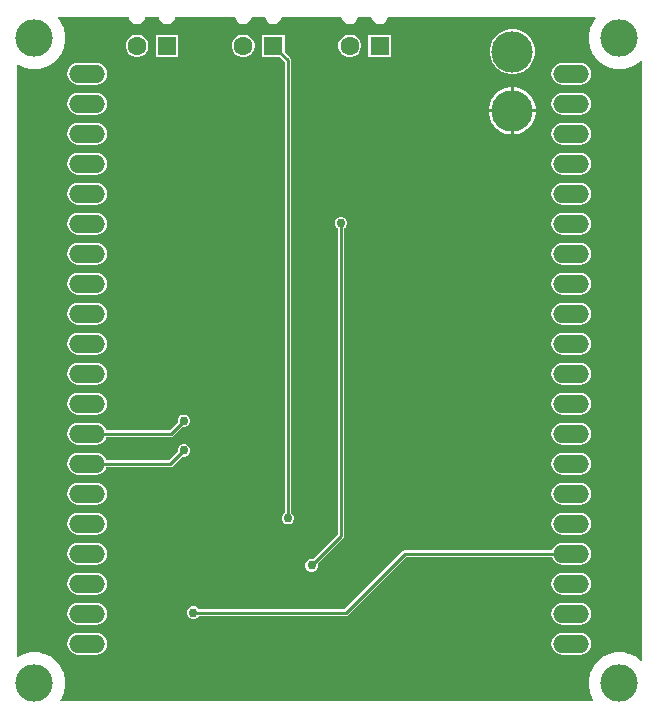
<source format=gbl>
G04*
G04 #@! TF.GenerationSoftware,Altium Limited,Altium Designer,22.11.1 (43)*
G04*
G04 Layer_Physical_Order=2*
G04 Layer_Color=16711680*
%FSLAX44Y44*%
%MOMM*%
G71*
G04*
G04 #@! TF.SameCoordinates,6F39B8F3-CC53-4608-B2D3-CFCE14ACC53A*
G04*
G04*
G04 #@! TF.FilePolarity,Positive*
G04*
G01*
G75*
%ADD37C,0.2540*%
%ADD39R,1.6000X1.6000*%
%ADD40C,1.6000*%
%ADD41C,3.5000*%
%ADD42O,3.0480X1.5240*%
%ADD43C,3.1750*%
%ADD44C,0.6000*%
%ADD45C,0.7564*%
G36*
X500828Y588481D02*
X500511Y588068D01*
X499848Y587313D01*
X498111Y584713D01*
X497667Y583812D01*
X497164Y582941D01*
X495967Y580052D01*
X495707Y579081D01*
X495384Y578130D01*
X494774Y575063D01*
X494709Y574060D01*
X494577Y573064D01*
Y569936D01*
X494709Y568940D01*
X494774Y567937D01*
X495384Y564870D01*
X495707Y563918D01*
X495967Y562948D01*
X497164Y560059D01*
X497667Y559188D01*
X498111Y558287D01*
X499848Y555687D01*
X500511Y554931D01*
X501123Y554134D01*
X503334Y551923D01*
X504132Y551311D01*
X504887Y550648D01*
X507487Y548911D01*
X508388Y548467D01*
X509259Y547964D01*
X512148Y546767D01*
X513119Y546507D01*
X514070Y546184D01*
X517137Y545574D01*
X518140Y545508D01*
X519136Y545377D01*
X522263D01*
X523260Y545508D01*
X524263Y545574D01*
X527330Y546184D01*
X528281Y546507D01*
X529252Y546767D01*
X532141Y547964D01*
X533012Y548467D01*
X533913Y548911D01*
X536513Y550648D01*
X537268Y551311D01*
X538066Y551923D01*
X538578Y552435D01*
X539751Y551949D01*
Y44951D01*
X538578Y44465D01*
X538066Y44977D01*
X537268Y45589D01*
X536513Y46252D01*
X533913Y47989D01*
X533012Y48433D01*
X532141Y48936D01*
X529252Y50132D01*
X528281Y50393D01*
X527330Y50716D01*
X524263Y51326D01*
X523260Y51392D01*
X522263Y51523D01*
X519136D01*
X518140Y51392D01*
X517137Y51326D01*
X514070Y50716D01*
X513119Y50393D01*
X512148Y50132D01*
X509259Y48936D01*
X508388Y48433D01*
X507487Y47989D01*
X504887Y46252D01*
X504132Y45589D01*
X503334Y44977D01*
X501123Y42766D01*
X500511Y41968D01*
X499848Y41213D01*
X498111Y38613D01*
X497667Y37712D01*
X497164Y36841D01*
X495967Y33952D01*
X495707Y32981D01*
X495384Y32030D01*
X494774Y28963D01*
X494709Y27960D01*
X494577Y26964D01*
Y23836D01*
X494709Y22840D01*
X494774Y21837D01*
X495384Y18770D01*
X495707Y17818D01*
X495967Y16848D01*
X497164Y13959D01*
X497667Y13088D01*
X498111Y12187D01*
X498659Y11368D01*
X498060Y10248D01*
X48040D01*
X47441Y11368D01*
X47989Y12187D01*
X48433Y13088D01*
X48936Y13959D01*
X50132Y16848D01*
X50393Y17819D01*
X50716Y18770D01*
X51326Y21837D01*
X51392Y22840D01*
X51523Y23836D01*
Y26964D01*
X51392Y27960D01*
X51326Y28963D01*
X50716Y32030D01*
X50393Y32981D01*
X50132Y33952D01*
X48936Y36841D01*
X48433Y37712D01*
X47989Y38613D01*
X46252Y41213D01*
X45589Y41968D01*
X44977Y42766D01*
X42766Y44977D01*
X41968Y45589D01*
X41213Y46252D01*
X38613Y47989D01*
X37712Y48433D01*
X36841Y48936D01*
X33952Y50132D01*
X32981Y50393D01*
X32030Y50716D01*
X28963Y51326D01*
X27960Y51392D01*
X26964Y51523D01*
X23836D01*
X22840Y51392D01*
X21837Y51326D01*
X18770Y50716D01*
X17819Y50393D01*
X16848Y50132D01*
X13959Y48936D01*
X13088Y48433D01*
X12187Y47989D01*
X11368Y47441D01*
X10248Y48040D01*
Y548860D01*
X11368Y549459D01*
X12187Y548911D01*
X13088Y548467D01*
X13959Y547964D01*
X16848Y546767D01*
X17819Y546507D01*
X18770Y546184D01*
X21837Y545574D01*
X22840Y545508D01*
X23836Y545377D01*
X26964D01*
X27960Y545508D01*
X28963Y545574D01*
X32030Y546184D01*
X32981Y546507D01*
X33952Y546767D01*
X36841Y547964D01*
X37712Y548467D01*
X38613Y548911D01*
X41213Y550648D01*
X41968Y551311D01*
X42766Y551923D01*
X44977Y554134D01*
X45589Y554932D01*
X46252Y555687D01*
X47989Y558287D01*
X48433Y559188D01*
X48936Y560059D01*
X50132Y562948D01*
X50393Y563919D01*
X50716Y564870D01*
X51326Y567937D01*
X51392Y568940D01*
X51523Y569936D01*
Y573064D01*
X51392Y574060D01*
X51326Y575063D01*
X50716Y578130D01*
X50393Y579081D01*
X50132Y580052D01*
X48936Y582941D01*
X48433Y583812D01*
X47989Y584713D01*
X46252Y587313D01*
X45589Y588069D01*
X45272Y588481D01*
X45791Y589751D01*
X105276D01*
Y589475D01*
X105755Y587689D01*
X106679Y586087D01*
X107987Y584780D01*
X109589Y583855D01*
X111375Y583376D01*
X113225D01*
X115011Y583855D01*
X116613Y584780D01*
X117921Y586087D01*
X118845Y587689D01*
X119324Y589475D01*
Y589751D01*
X130676D01*
Y589475D01*
X131155Y587689D01*
X132079Y586087D01*
X133387Y584780D01*
X134989Y583855D01*
X136775Y583376D01*
X138625D01*
X140411Y583855D01*
X142013Y584780D01*
X143321Y586087D01*
X144245Y587689D01*
X144724Y589475D01*
Y589751D01*
X195276D01*
Y589475D01*
X195755Y587689D01*
X196679Y586087D01*
X197987Y584780D01*
X199589Y583855D01*
X201375Y583376D01*
X203225D01*
X205011Y583855D01*
X206613Y584780D01*
X207920Y586087D01*
X208845Y587689D01*
X209324Y589475D01*
Y589751D01*
X220676D01*
Y589475D01*
X221154Y587689D01*
X222079Y586087D01*
X223387Y584780D01*
X224989Y583855D01*
X226775Y583376D01*
X228624D01*
X230411Y583855D01*
X232013Y584780D01*
X233320Y586087D01*
X234245Y587689D01*
X234724Y589475D01*
Y589751D01*
X285276D01*
Y589475D01*
X285755Y587689D01*
X286680Y586087D01*
X287987Y584780D01*
X289589Y583855D01*
X291375Y583376D01*
X293225D01*
X295011Y583855D01*
X296613Y584780D01*
X297921Y586087D01*
X298846Y587689D01*
X299324Y589475D01*
Y589751D01*
X310676D01*
Y589475D01*
X311155Y587689D01*
X312080Y586087D01*
X313387Y584780D01*
X314989Y583855D01*
X316775Y583376D01*
X318625D01*
X320411Y583855D01*
X322013Y584780D01*
X323321Y586087D01*
X324245Y587689D01*
X324724Y589475D01*
Y589751D01*
X500309D01*
X500828Y588481D01*
D02*
G37*
%LPC*%
G36*
X327224Y574524D02*
X308176D01*
Y555476D01*
X327224D01*
Y574524D01*
D02*
G37*
G36*
X293554D02*
X291046D01*
X288624Y573875D01*
X286452Y572621D01*
X284679Y570848D01*
X283425Y568676D01*
X282776Y566254D01*
Y563746D01*
X283425Y561324D01*
X284679Y559152D01*
X286452Y557379D01*
X288624Y556125D01*
X291046Y555476D01*
X293554D01*
X295976Y556125D01*
X298148Y557379D01*
X299921Y559152D01*
X301175Y561324D01*
X301824Y563746D01*
Y566254D01*
X301175Y568676D01*
X299921Y570848D01*
X298148Y572621D01*
X295976Y573875D01*
X293554Y574524D01*
D02*
G37*
G36*
X203554D02*
X201046D01*
X198624Y573875D01*
X196452Y572621D01*
X194679Y570848D01*
X193425Y568676D01*
X192776Y566254D01*
Y563746D01*
X193425Y561324D01*
X194679Y559152D01*
X196452Y557379D01*
X198624Y556125D01*
X201046Y555476D01*
X203554D01*
X205976Y556125D01*
X208148Y557379D01*
X209921Y559152D01*
X211175Y561324D01*
X211824Y563746D01*
Y566254D01*
X211175Y568676D01*
X209921Y570848D01*
X208148Y572621D01*
X205976Y573875D01*
X203554Y574524D01*
D02*
G37*
G36*
X147224D02*
X128176D01*
Y555476D01*
X147224D01*
Y574524D01*
D02*
G37*
G36*
X113554D02*
X111046D01*
X108624Y573875D01*
X106452Y572621D01*
X104679Y570848D01*
X103425Y568676D01*
X102776Y566254D01*
Y563746D01*
X103425Y561324D01*
X104679Y559152D01*
X106452Y557379D01*
X108624Y556125D01*
X111046Y555476D01*
X113554D01*
X115976Y556125D01*
X118148Y557379D01*
X119921Y559152D01*
X121175Y561324D01*
X121824Y563746D01*
Y566254D01*
X121175Y568676D01*
X119921Y570848D01*
X118148Y572621D01*
X115976Y573875D01*
X113554Y574524D01*
D02*
G37*
G36*
X431874Y579024D02*
X428126D01*
X424451Y578293D01*
X420989Y576859D01*
X417873Y574777D01*
X415223Y572127D01*
X413141Y569011D01*
X411707Y565549D01*
X410976Y561874D01*
Y558126D01*
X411707Y554451D01*
X413141Y550989D01*
X415223Y547873D01*
X417873Y545223D01*
X420989Y543141D01*
X424451Y541707D01*
X428126Y540976D01*
X431874D01*
X435549Y541707D01*
X439011Y543141D01*
X442127Y545223D01*
X444777Y547873D01*
X446859Y550989D01*
X448293Y554451D01*
X449024Y558126D01*
Y561874D01*
X448293Y565549D01*
X446859Y569011D01*
X444777Y572127D01*
X442127Y574777D01*
X439011Y576859D01*
X435549Y578293D01*
X431874Y579024D01*
D02*
G37*
G36*
X487619Y550522D02*
X472379D01*
X469992Y550208D01*
X467768Y549287D01*
X465858Y547821D01*
X464392Y545911D01*
X463470Y543686D01*
X463156Y541299D01*
X463470Y538912D01*
X464392Y536688D01*
X465858Y534778D01*
X467768Y533312D01*
X469992Y532391D01*
X472379Y532076D01*
X487619D01*
X490006Y532391D01*
X492230Y533312D01*
X494141Y534778D01*
X495606Y536688D01*
X496528Y538912D01*
X496842Y541299D01*
X496528Y543686D01*
X495606Y545911D01*
X494141Y547821D01*
X492230Y549287D01*
X490006Y550208D01*
X487619Y550522D01*
D02*
G37*
G36*
X77620D02*
X62380D01*
X59993Y550208D01*
X57768Y549287D01*
X55858Y547821D01*
X54393Y545911D01*
X53471Y543686D01*
X53157Y541299D01*
X53471Y538912D01*
X54393Y536688D01*
X55858Y534778D01*
X57768Y533312D01*
X59993Y532391D01*
X62380Y532076D01*
X77620D01*
X80007Y532391D01*
X82231Y533312D01*
X84141Y534778D01*
X85607Y536688D01*
X86529Y538912D01*
X86843Y541299D01*
X86529Y543686D01*
X85607Y545911D01*
X84141Y547821D01*
X82231Y549287D01*
X80007Y550208D01*
X77620Y550522D01*
D02*
G37*
G36*
X431974Y530040D02*
X431270D01*
Y511270D01*
X450040D01*
Y511974D01*
X449270Y515845D01*
X447759Y519492D01*
X445566Y522775D01*
X442775Y525566D01*
X439493Y527759D01*
X435846Y529270D01*
X431974Y530040D01*
D02*
G37*
G36*
X428730D02*
X428026D01*
X424155Y529270D01*
X420508Y527759D01*
X417225Y525566D01*
X414434Y522775D01*
X412241Y519492D01*
X410730Y515845D01*
X409960Y511974D01*
Y511270D01*
X428730D01*
Y530040D01*
D02*
G37*
G36*
X487619Y525122D02*
X472379D01*
X469992Y524808D01*
X467768Y523887D01*
X465858Y522421D01*
X464392Y520511D01*
X463470Y518287D01*
X463156Y515899D01*
X463470Y513512D01*
X464392Y511288D01*
X465858Y509378D01*
X467768Y507912D01*
X469992Y506991D01*
X472379Y506676D01*
X487619D01*
X490006Y506991D01*
X492230Y507912D01*
X494141Y509378D01*
X495606Y511288D01*
X496528Y513512D01*
X496842Y515899D01*
X496528Y518287D01*
X495606Y520511D01*
X494141Y522421D01*
X492230Y523887D01*
X490006Y524808D01*
X487619Y525122D01*
D02*
G37*
G36*
X77620D02*
X62380D01*
X59993Y524808D01*
X57768Y523887D01*
X55858Y522421D01*
X54393Y520511D01*
X53471Y518287D01*
X53157Y515899D01*
X53471Y513512D01*
X54393Y511288D01*
X55858Y509378D01*
X57768Y507912D01*
X59993Y506991D01*
X62380Y506676D01*
X77620D01*
X80007Y506991D01*
X82231Y507912D01*
X84141Y509378D01*
X85607Y511288D01*
X86529Y513512D01*
X86843Y515899D01*
X86529Y518287D01*
X85607Y520511D01*
X84141Y522421D01*
X82231Y523887D01*
X80007Y524808D01*
X77620Y525122D01*
D02*
G37*
G36*
X450040Y508730D02*
X431270D01*
Y489960D01*
X431974D01*
X435846Y490730D01*
X439493Y492241D01*
X442775Y494434D01*
X445566Y497225D01*
X447759Y500508D01*
X449270Y504155D01*
X450040Y508026D01*
Y508730D01*
D02*
G37*
G36*
X428730D02*
X409960D01*
Y508026D01*
X410730Y504155D01*
X412241Y500508D01*
X414434Y497225D01*
X417225Y494434D01*
X420508Y492241D01*
X424155Y490730D01*
X428026Y489960D01*
X428730D01*
Y508730D01*
D02*
G37*
G36*
X487619Y499722D02*
X472379D01*
X469992Y499408D01*
X467768Y498487D01*
X465858Y497021D01*
X464392Y495111D01*
X463470Y492887D01*
X463156Y490499D01*
X463470Y488112D01*
X464392Y485888D01*
X465858Y483978D01*
X467768Y482512D01*
X469992Y481591D01*
X472379Y481277D01*
X487619D01*
X490006Y481591D01*
X492230Y482512D01*
X494141Y483978D01*
X495606Y485888D01*
X496528Y488112D01*
X496842Y490499D01*
X496528Y492887D01*
X495606Y495111D01*
X494141Y497021D01*
X492230Y498487D01*
X490006Y499408D01*
X487619Y499722D01*
D02*
G37*
G36*
X77620D02*
X62380D01*
X59993Y499408D01*
X57768Y498487D01*
X55858Y497021D01*
X54393Y495111D01*
X53471Y492887D01*
X53157Y490499D01*
X53471Y488112D01*
X54393Y485888D01*
X55858Y483978D01*
X57768Y482512D01*
X59993Y481591D01*
X62380Y481277D01*
X77620D01*
X80007Y481591D01*
X82231Y482512D01*
X84141Y483978D01*
X85607Y485888D01*
X86529Y488112D01*
X86843Y490499D01*
X86529Y492887D01*
X85607Y495111D01*
X84141Y497021D01*
X82231Y498487D01*
X80007Y499408D01*
X77620Y499722D01*
D02*
G37*
G36*
X487619Y474322D02*
X472379D01*
X469992Y474008D01*
X467768Y473087D01*
X465858Y471621D01*
X464392Y469711D01*
X463470Y467486D01*
X463156Y465099D01*
X463470Y462712D01*
X464392Y460488D01*
X465858Y458578D01*
X467768Y457112D01*
X469992Y456191D01*
X472379Y455877D01*
X487619D01*
X490006Y456191D01*
X492230Y457112D01*
X494141Y458578D01*
X495606Y460488D01*
X496528Y462712D01*
X496842Y465099D01*
X496528Y467486D01*
X495606Y469711D01*
X494141Y471621D01*
X492230Y473087D01*
X490006Y474008D01*
X487619Y474322D01*
D02*
G37*
G36*
X77620D02*
X62380D01*
X59993Y474008D01*
X57768Y473087D01*
X55858Y471621D01*
X54393Y469711D01*
X53471Y467486D01*
X53157Y465099D01*
X53471Y462712D01*
X54393Y460488D01*
X55858Y458578D01*
X57768Y457112D01*
X59993Y456191D01*
X62380Y455877D01*
X77620D01*
X80007Y456191D01*
X82231Y457112D01*
X84141Y458578D01*
X85607Y460488D01*
X86529Y462712D01*
X86843Y465099D01*
X86529Y467486D01*
X85607Y469711D01*
X84141Y471621D01*
X82231Y473087D01*
X80007Y474008D01*
X77620Y474322D01*
D02*
G37*
G36*
X487619Y448922D02*
X472379D01*
X469992Y448608D01*
X467768Y447687D01*
X465858Y446221D01*
X464392Y444311D01*
X463470Y442086D01*
X463156Y439699D01*
X463470Y437312D01*
X464392Y435088D01*
X465858Y433178D01*
X467768Y431712D01*
X469992Y430791D01*
X472379Y430476D01*
X487619D01*
X490006Y430791D01*
X492230Y431712D01*
X494141Y433178D01*
X495606Y435088D01*
X496528Y437312D01*
X496842Y439699D01*
X496528Y442086D01*
X495606Y444311D01*
X494141Y446221D01*
X492230Y447687D01*
X490006Y448608D01*
X487619Y448922D01*
D02*
G37*
G36*
X77620D02*
X62380D01*
X59993Y448608D01*
X57768Y447687D01*
X55858Y446221D01*
X54393Y444311D01*
X53471Y442086D01*
X53157Y439699D01*
X53471Y437312D01*
X54393Y435088D01*
X55858Y433178D01*
X57768Y431712D01*
X59993Y430791D01*
X62380Y430476D01*
X77620D01*
X80007Y430791D01*
X82231Y431712D01*
X84141Y433178D01*
X85607Y435088D01*
X86529Y437312D01*
X86843Y439699D01*
X86529Y442086D01*
X85607Y444311D01*
X84141Y446221D01*
X82231Y447687D01*
X80007Y448608D01*
X77620Y448922D01*
D02*
G37*
G36*
X487619Y423522D02*
X472379D01*
X469992Y423208D01*
X467768Y422287D01*
X465858Y420821D01*
X464392Y418911D01*
X463470Y416687D01*
X463156Y414299D01*
X463470Y411912D01*
X464392Y409688D01*
X465858Y407778D01*
X467768Y406312D01*
X469992Y405391D01*
X472379Y405076D01*
X487619D01*
X490006Y405391D01*
X492230Y406312D01*
X494141Y407778D01*
X495606Y409688D01*
X496528Y411912D01*
X496842Y414299D01*
X496528Y416687D01*
X495606Y418911D01*
X494141Y420821D01*
X492230Y422287D01*
X490006Y423208D01*
X487619Y423522D01*
D02*
G37*
G36*
X77620D02*
X62380D01*
X59993Y423208D01*
X57768Y422287D01*
X55858Y420821D01*
X54393Y418911D01*
X53471Y416687D01*
X53157Y414299D01*
X53471Y411912D01*
X54393Y409688D01*
X55858Y407778D01*
X57768Y406312D01*
X59993Y405391D01*
X62380Y405076D01*
X77620D01*
X80007Y405391D01*
X82231Y406312D01*
X84141Y407778D01*
X85607Y409688D01*
X86529Y411912D01*
X86843Y414299D01*
X86529Y416687D01*
X85607Y418911D01*
X84141Y420821D01*
X82231Y422287D01*
X80007Y423208D01*
X77620Y423522D01*
D02*
G37*
G36*
X487619Y398122D02*
X472379D01*
X469992Y397808D01*
X467768Y396887D01*
X465858Y395421D01*
X464392Y393511D01*
X463470Y391287D01*
X463156Y388899D01*
X463470Y386512D01*
X464392Y384288D01*
X465858Y382378D01*
X467768Y380912D01*
X469992Y379991D01*
X472379Y379677D01*
X487619D01*
X490006Y379991D01*
X492230Y380912D01*
X494141Y382378D01*
X495606Y384288D01*
X496528Y386512D01*
X496842Y388899D01*
X496528Y391287D01*
X495606Y393511D01*
X494141Y395421D01*
X492230Y396887D01*
X490006Y397808D01*
X487619Y398122D01*
D02*
G37*
G36*
X77620D02*
X62380D01*
X59993Y397808D01*
X57768Y396887D01*
X55858Y395421D01*
X54393Y393511D01*
X53471Y391287D01*
X53157Y388899D01*
X53471Y386512D01*
X54393Y384288D01*
X55858Y382378D01*
X57768Y380912D01*
X59993Y379991D01*
X62380Y379677D01*
X77620D01*
X80007Y379991D01*
X82231Y380912D01*
X84141Y382378D01*
X85607Y384288D01*
X86529Y386512D01*
X86843Y388899D01*
X86529Y391287D01*
X85607Y393511D01*
X84141Y395421D01*
X82231Y396887D01*
X80007Y397808D01*
X77620Y398122D01*
D02*
G37*
G36*
X487619Y372722D02*
X472379D01*
X469992Y372408D01*
X467768Y371487D01*
X465858Y370021D01*
X464392Y368111D01*
X463470Y365886D01*
X463156Y363499D01*
X463470Y361112D01*
X464392Y358888D01*
X465858Y356978D01*
X467768Y355512D01*
X469992Y354591D01*
X472379Y354277D01*
X487619D01*
X490006Y354591D01*
X492230Y355512D01*
X494141Y356978D01*
X495606Y358888D01*
X496528Y361112D01*
X496842Y363499D01*
X496528Y365886D01*
X495606Y368111D01*
X494141Y370021D01*
X492230Y371487D01*
X490006Y372408D01*
X487619Y372722D01*
D02*
G37*
G36*
X77620D02*
X62380D01*
X59993Y372408D01*
X57768Y371487D01*
X55858Y370021D01*
X54393Y368111D01*
X53471Y365886D01*
X53157Y363499D01*
X53471Y361112D01*
X54393Y358888D01*
X55858Y356978D01*
X57768Y355512D01*
X59993Y354591D01*
X62380Y354277D01*
X77620D01*
X80007Y354591D01*
X82231Y355512D01*
X84141Y356978D01*
X85607Y358888D01*
X86529Y361112D01*
X86843Y363499D01*
X86529Y365886D01*
X85607Y368111D01*
X84141Y370021D01*
X82231Y371487D01*
X80007Y372408D01*
X77620Y372722D01*
D02*
G37*
G36*
X487619Y347322D02*
X472379D01*
X469992Y347008D01*
X467768Y346087D01*
X465858Y344621D01*
X464392Y342711D01*
X463470Y340486D01*
X463156Y338099D01*
X463470Y335712D01*
X464392Y333488D01*
X465858Y331578D01*
X467768Y330112D01*
X469992Y329191D01*
X472379Y328876D01*
X487619D01*
X490006Y329191D01*
X492230Y330112D01*
X494141Y331578D01*
X495606Y333488D01*
X496528Y335712D01*
X496842Y338099D01*
X496528Y340486D01*
X495606Y342711D01*
X494141Y344621D01*
X492230Y346087D01*
X490006Y347008D01*
X487619Y347322D01*
D02*
G37*
G36*
X77620D02*
X62380D01*
X59993Y347008D01*
X57768Y346087D01*
X55858Y344621D01*
X54393Y342711D01*
X53471Y340486D01*
X53157Y338099D01*
X53471Y335712D01*
X54393Y333488D01*
X55858Y331578D01*
X57768Y330112D01*
X59993Y329191D01*
X62380Y328876D01*
X77620D01*
X80007Y329191D01*
X82231Y330112D01*
X84141Y331578D01*
X85607Y333488D01*
X86529Y335712D01*
X86843Y338099D01*
X86529Y340486D01*
X85607Y342711D01*
X84141Y344621D01*
X82231Y346087D01*
X80007Y347008D01*
X77620Y347322D01*
D02*
G37*
G36*
X487619Y321922D02*
X472379D01*
X469992Y321608D01*
X467768Y320687D01*
X465858Y319221D01*
X464392Y317311D01*
X463470Y315086D01*
X463156Y312699D01*
X463470Y310312D01*
X464392Y308088D01*
X465858Y306178D01*
X467768Y304712D01*
X469992Y303791D01*
X472379Y303477D01*
X487619D01*
X490006Y303791D01*
X492230Y304712D01*
X494141Y306178D01*
X495606Y308088D01*
X496528Y310312D01*
X496842Y312699D01*
X496528Y315086D01*
X495606Y317311D01*
X494141Y319221D01*
X492230Y320687D01*
X490006Y321608D01*
X487619Y321922D01*
D02*
G37*
G36*
X77620D02*
X62380D01*
X59993Y321608D01*
X57768Y320687D01*
X55858Y319221D01*
X54393Y317311D01*
X53471Y315086D01*
X53157Y312699D01*
X53471Y310312D01*
X54393Y308088D01*
X55858Y306178D01*
X57768Y304712D01*
X59993Y303791D01*
X62380Y303477D01*
X77620D01*
X80007Y303791D01*
X82231Y304712D01*
X84141Y306178D01*
X85607Y308088D01*
X86529Y310312D01*
X86843Y312699D01*
X86529Y315086D01*
X85607Y317311D01*
X84141Y319221D01*
X82231Y320687D01*
X80007Y321608D01*
X77620Y321922D01*
D02*
G37*
G36*
X487619Y296522D02*
X472379D01*
X469992Y296208D01*
X467768Y295287D01*
X465858Y293821D01*
X464392Y291911D01*
X463470Y289687D01*
X463156Y287299D01*
X463470Y284912D01*
X464392Y282688D01*
X465858Y280778D01*
X467768Y279312D01*
X469992Y278391D01*
X472379Y278076D01*
X487619D01*
X490006Y278391D01*
X492230Y279312D01*
X494141Y280778D01*
X495606Y282688D01*
X496528Y284912D01*
X496842Y287299D01*
X496528Y289687D01*
X495606Y291911D01*
X494141Y293821D01*
X492230Y295287D01*
X490006Y296208D01*
X487619Y296522D01*
D02*
G37*
G36*
X77620D02*
X62380D01*
X59993Y296208D01*
X57768Y295287D01*
X55858Y293821D01*
X54393Y291911D01*
X53471Y289687D01*
X53157Y287299D01*
X53471Y284912D01*
X54393Y282688D01*
X55858Y280778D01*
X57768Y279312D01*
X59993Y278391D01*
X62380Y278076D01*
X77620D01*
X80007Y278391D01*
X82231Y279312D01*
X84141Y280778D01*
X85607Y282688D01*
X86529Y284912D01*
X86843Y287299D01*
X86529Y289687D01*
X85607Y291911D01*
X84141Y293821D01*
X82231Y295287D01*
X80007Y296208D01*
X77620Y296522D01*
D02*
G37*
G36*
X487619Y271122D02*
X472379D01*
X469992Y270808D01*
X467768Y269887D01*
X465858Y268421D01*
X464392Y266511D01*
X463470Y264286D01*
X463156Y261899D01*
X463470Y259512D01*
X464392Y257288D01*
X465858Y255378D01*
X467768Y253912D01*
X469992Y252991D01*
X472379Y252677D01*
X487619D01*
X490006Y252991D01*
X492230Y253912D01*
X494141Y255378D01*
X495606Y257288D01*
X496528Y259512D01*
X496842Y261899D01*
X496528Y264286D01*
X495606Y266511D01*
X494141Y268421D01*
X492230Y269887D01*
X490006Y270808D01*
X487619Y271122D01*
D02*
G37*
G36*
X77620D02*
X62380D01*
X59993Y270808D01*
X57768Y269887D01*
X55858Y268421D01*
X54393Y266511D01*
X53471Y264286D01*
X53157Y261899D01*
X53471Y259512D01*
X54393Y257288D01*
X55858Y255378D01*
X57768Y253912D01*
X59993Y252991D01*
X62380Y252677D01*
X77620D01*
X80007Y252991D01*
X82231Y253912D01*
X84141Y255378D01*
X85607Y257288D01*
X86529Y259512D01*
X86843Y261899D01*
X86529Y264286D01*
X85607Y266511D01*
X84141Y268421D01*
X82231Y269887D01*
X80007Y270808D01*
X77620Y271122D01*
D02*
G37*
G36*
X153056Y252806D02*
X150945D01*
X148995Y251998D01*
X147502Y250506D01*
X146694Y248556D01*
Y246445D01*
X146759Y246288D01*
X139819Y239348D01*
X86337D01*
X85607Y241111D01*
X84141Y243021D01*
X82231Y244487D01*
X80007Y245408D01*
X77620Y245722D01*
X62380D01*
X59993Y245408D01*
X57768Y244487D01*
X55858Y243021D01*
X54393Y241111D01*
X53471Y238887D01*
X53157Y236499D01*
X53471Y234112D01*
X54393Y231888D01*
X55858Y229978D01*
X57768Y228512D01*
X59993Y227591D01*
X62380Y227276D01*
X77620D01*
X80007Y227591D01*
X82231Y228512D01*
X84141Y229978D01*
X85607Y231888D01*
X86337Y233651D01*
X140999D01*
X140999Y233651D01*
X142090Y233867D01*
X143014Y234485D01*
X150788Y242259D01*
X150945Y242194D01*
X153056D01*
X155006Y243002D01*
X156498Y244494D01*
X157306Y246445D01*
Y248556D01*
X156498Y250506D01*
X155006Y251998D01*
X153056Y252806D01*
D02*
G37*
G36*
X487619Y245722D02*
X472379D01*
X469992Y245408D01*
X467768Y244487D01*
X465858Y243021D01*
X464392Y241111D01*
X463470Y238887D01*
X463156Y236499D01*
X463470Y234112D01*
X464392Y231888D01*
X465858Y229978D01*
X467768Y228512D01*
X469992Y227591D01*
X472379Y227276D01*
X487619D01*
X490006Y227591D01*
X492230Y228512D01*
X494141Y229978D01*
X495606Y231888D01*
X496528Y234112D01*
X496842Y236499D01*
X496528Y238887D01*
X495606Y241111D01*
X494141Y243021D01*
X492230Y244487D01*
X490006Y245408D01*
X487619Y245722D01*
D02*
G37*
G36*
X153056Y227806D02*
X150945D01*
X148995Y226998D01*
X147502Y225506D01*
X146694Y223555D01*
Y221444D01*
X146759Y221288D01*
X139420Y213948D01*
X86337D01*
X85607Y215711D01*
X84141Y217621D01*
X82231Y219087D01*
X80007Y220008D01*
X77620Y220322D01*
X62380D01*
X59993Y220008D01*
X57768Y219087D01*
X55858Y217621D01*
X54393Y215711D01*
X53471Y213486D01*
X53157Y211099D01*
X53471Y208712D01*
X54393Y206488D01*
X55858Y204578D01*
X57768Y203112D01*
X59993Y202191D01*
X62380Y201877D01*
X77620D01*
X80007Y202191D01*
X82231Y203112D01*
X84141Y204578D01*
X85607Y206488D01*
X86337Y208251D01*
X140599D01*
X140600Y208251D01*
X141690Y208468D01*
X142614Y209085D01*
X150788Y217259D01*
X150945Y217194D01*
X153056D01*
X155006Y218002D01*
X156498Y219494D01*
X157306Y221444D01*
Y223555D01*
X156498Y225506D01*
X155006Y226998D01*
X153056Y227806D01*
D02*
G37*
G36*
X487619Y220322D02*
X472379D01*
X469992Y220008D01*
X467768Y219087D01*
X465858Y217621D01*
X464392Y215711D01*
X463470Y213486D01*
X463156Y211099D01*
X463470Y208712D01*
X464392Y206488D01*
X465858Y204578D01*
X467768Y203112D01*
X469992Y202191D01*
X472379Y201877D01*
X487619D01*
X490006Y202191D01*
X492230Y203112D01*
X494141Y204578D01*
X495606Y206488D01*
X496528Y208712D01*
X496842Y211099D01*
X496528Y213486D01*
X495606Y215711D01*
X494141Y217621D01*
X492230Y219087D01*
X490006Y220008D01*
X487619Y220322D01*
D02*
G37*
G36*
Y194922D02*
X472379D01*
X469992Y194608D01*
X467768Y193687D01*
X465858Y192221D01*
X464392Y190311D01*
X463470Y188086D01*
X463156Y185699D01*
X463470Y183312D01*
X464392Y181088D01*
X465858Y179178D01*
X467768Y177712D01*
X469992Y176791D01*
X472379Y176476D01*
X487619D01*
X490006Y176791D01*
X492230Y177712D01*
X494141Y179178D01*
X495606Y181088D01*
X496528Y183312D01*
X496842Y185699D01*
X496528Y188086D01*
X495606Y190311D01*
X494141Y192221D01*
X492230Y193687D01*
X490006Y194608D01*
X487619Y194922D01*
D02*
G37*
G36*
X77620D02*
X62380D01*
X59993Y194608D01*
X57768Y193687D01*
X55858Y192221D01*
X54393Y190311D01*
X53471Y188086D01*
X53157Y185699D01*
X53471Y183312D01*
X54393Y181088D01*
X55858Y179178D01*
X57768Y177712D01*
X59993Y176791D01*
X62380Y176476D01*
X77620D01*
X80007Y176791D01*
X82231Y177712D01*
X84141Y179178D01*
X85607Y181088D01*
X86529Y183312D01*
X86843Y185699D01*
X86529Y188086D01*
X85607Y190311D01*
X84141Y192221D01*
X82231Y193687D01*
X80007Y194608D01*
X77620Y194922D01*
D02*
G37*
G36*
X237224Y574524D02*
X218176D01*
Y555476D01*
X233195D01*
X237151Y551520D01*
Y169563D01*
X236994Y169498D01*
X235502Y168006D01*
X234694Y166055D01*
Y163945D01*
X235502Y161994D01*
X236994Y160502D01*
X238945Y159694D01*
X241055D01*
X243006Y160502D01*
X244498Y161994D01*
X245306Y163945D01*
Y166055D01*
X244498Y168006D01*
X243006Y169498D01*
X242849Y169563D01*
Y552700D01*
X242849Y552700D01*
X242632Y553790D01*
X242014Y554714D01*
X242014Y554714D01*
X237224Y559505D01*
Y574524D01*
D02*
G37*
G36*
X487619Y169522D02*
X472379D01*
X469992Y169208D01*
X467768Y168287D01*
X465858Y166821D01*
X464392Y164911D01*
X463470Y162687D01*
X463156Y160299D01*
X463470Y157912D01*
X464392Y155688D01*
X465858Y153778D01*
X467768Y152312D01*
X469992Y151391D01*
X472379Y151076D01*
X487619D01*
X490006Y151391D01*
X492230Y152312D01*
X494141Y153778D01*
X495606Y155688D01*
X496528Y157912D01*
X496842Y160299D01*
X496528Y162687D01*
X495606Y164911D01*
X494141Y166821D01*
X492230Y168287D01*
X490006Y169208D01*
X487619Y169522D01*
D02*
G37*
G36*
X77620D02*
X62380D01*
X59993Y169208D01*
X57768Y168287D01*
X55858Y166821D01*
X54393Y164911D01*
X53471Y162687D01*
X53157Y160299D01*
X53471Y157912D01*
X54393Y155688D01*
X55858Y153778D01*
X57768Y152312D01*
X59993Y151391D01*
X62380Y151076D01*
X77620D01*
X80007Y151391D01*
X82231Y152312D01*
X84141Y153778D01*
X85607Y155688D01*
X86529Y157912D01*
X86843Y160299D01*
X86529Y162687D01*
X85607Y164911D01*
X84141Y166821D01*
X82231Y168287D01*
X80007Y169208D01*
X77620Y169522D01*
D02*
G37*
G36*
X286055Y420306D02*
X283944D01*
X281994Y419498D01*
X280502Y418006D01*
X279694Y416055D01*
Y413945D01*
X280502Y411994D01*
X281994Y410502D01*
X282151Y410437D01*
Y151180D01*
X261212Y130241D01*
X261055Y130306D01*
X258944D01*
X256994Y129498D01*
X255502Y128006D01*
X254694Y126055D01*
Y123945D01*
X255502Y121994D01*
X256994Y120502D01*
X258944Y119694D01*
X261055D01*
X263006Y120502D01*
X264498Y121994D01*
X265306Y123945D01*
Y126055D01*
X265241Y126212D01*
X287014Y147986D01*
X287014Y147986D01*
X287632Y148910D01*
X287849Y150000D01*
X287849Y150000D01*
Y410437D01*
X288006Y410502D01*
X289498Y411994D01*
X290306Y413945D01*
Y416055D01*
X289498Y418006D01*
X288006Y419498D01*
X286055Y420306D01*
D02*
G37*
G36*
X487619Y144122D02*
X472379D01*
X469992Y143808D01*
X467768Y142887D01*
X465858Y141421D01*
X464392Y139511D01*
X463662Y137748D01*
X338886D01*
X337795Y137531D01*
X336871Y136914D01*
X336871Y136914D01*
X287806Y87849D01*
X164563D01*
X164498Y88006D01*
X163006Y89498D01*
X161056Y90306D01*
X158945D01*
X156994Y89498D01*
X155502Y88006D01*
X154694Y86055D01*
Y83945D01*
X155502Y81994D01*
X156994Y80502D01*
X158945Y79694D01*
X161056D01*
X163006Y80502D01*
X164498Y81994D01*
X164563Y82151D01*
X288986D01*
X288986Y82151D01*
X290076Y82368D01*
X291001Y82986D01*
X340066Y132051D01*
X463662D01*
X464392Y130288D01*
X465858Y128378D01*
X467768Y126912D01*
X469992Y125991D01*
X472379Y125676D01*
X487619D01*
X490006Y125991D01*
X492230Y126912D01*
X494141Y128378D01*
X495606Y130288D01*
X496528Y132512D01*
X496842Y134899D01*
X496528Y137287D01*
X495606Y139511D01*
X494141Y141421D01*
X492230Y142887D01*
X490006Y143808D01*
X487619Y144122D01*
D02*
G37*
G36*
X77620D02*
X62380D01*
X59993Y143808D01*
X57768Y142887D01*
X55858Y141421D01*
X54393Y139511D01*
X53471Y137287D01*
X53157Y134899D01*
X53471Y132512D01*
X54393Y130288D01*
X55858Y128378D01*
X57768Y126912D01*
X59993Y125991D01*
X62380Y125676D01*
X77620D01*
X80007Y125991D01*
X82231Y126912D01*
X84141Y128378D01*
X85607Y130288D01*
X86529Y132512D01*
X86843Y134899D01*
X86529Y137287D01*
X85607Y139511D01*
X84141Y141421D01*
X82231Y142887D01*
X80007Y143808D01*
X77620Y144122D01*
D02*
G37*
G36*
X487619Y118722D02*
X472379D01*
X469992Y118408D01*
X467768Y117487D01*
X465858Y116021D01*
X464392Y114111D01*
X463470Y111887D01*
X463156Y109499D01*
X463470Y107112D01*
X464392Y104888D01*
X465858Y102978D01*
X467768Y101512D01*
X469992Y100591D01*
X472379Y100276D01*
X487619D01*
X490006Y100591D01*
X492230Y101512D01*
X494141Y102978D01*
X495606Y104888D01*
X496528Y107112D01*
X496842Y109499D01*
X496528Y111887D01*
X495606Y114111D01*
X494141Y116021D01*
X492230Y117487D01*
X490006Y118408D01*
X487619Y118722D01*
D02*
G37*
G36*
X77620D02*
X62380D01*
X59993Y118408D01*
X57768Y117487D01*
X55858Y116021D01*
X54393Y114111D01*
X53471Y111887D01*
X53157Y109499D01*
X53471Y107112D01*
X54393Y104888D01*
X55858Y102978D01*
X57768Y101512D01*
X59993Y100591D01*
X62380Y100276D01*
X77620D01*
X80007Y100591D01*
X82231Y101512D01*
X84141Y102978D01*
X85607Y104888D01*
X86529Y107112D01*
X86843Y109499D01*
X86529Y111887D01*
X85607Y114111D01*
X84141Y116021D01*
X82231Y117487D01*
X80007Y118408D01*
X77620Y118722D01*
D02*
G37*
G36*
X487619Y93322D02*
X472379D01*
X469992Y93008D01*
X467768Y92087D01*
X465858Y90621D01*
X464392Y88711D01*
X463470Y86487D01*
X463156Y84099D01*
X463470Y81712D01*
X464392Y79488D01*
X465858Y77578D01*
X467768Y76112D01*
X469992Y75191D01*
X472379Y74876D01*
X487619D01*
X490006Y75191D01*
X492230Y76112D01*
X494141Y77578D01*
X495606Y79488D01*
X496528Y81712D01*
X496842Y84099D01*
X496528Y86487D01*
X495606Y88711D01*
X494141Y90621D01*
X492230Y92087D01*
X490006Y93008D01*
X487619Y93322D01*
D02*
G37*
G36*
X77620D02*
X62380D01*
X59993Y93008D01*
X57768Y92087D01*
X55858Y90621D01*
X54393Y88711D01*
X53471Y86487D01*
X53157Y84099D01*
X53471Y81712D01*
X54393Y79488D01*
X55858Y77578D01*
X57768Y76112D01*
X59993Y75191D01*
X62380Y74876D01*
X77620D01*
X80007Y75191D01*
X82231Y76112D01*
X84141Y77578D01*
X85607Y79488D01*
X86529Y81712D01*
X86843Y84099D01*
X86529Y86487D01*
X85607Y88711D01*
X84141Y90621D01*
X82231Y92087D01*
X80007Y93008D01*
X77620Y93322D01*
D02*
G37*
G36*
X487619Y67922D02*
X472379D01*
X469992Y67608D01*
X467768Y66687D01*
X465858Y65221D01*
X464392Y63311D01*
X463470Y61087D01*
X463156Y58699D01*
X463470Y56312D01*
X464392Y54088D01*
X465858Y52178D01*
X467768Y50712D01*
X469992Y49791D01*
X472379Y49476D01*
X487619D01*
X490006Y49791D01*
X492230Y50712D01*
X494141Y52178D01*
X495606Y54088D01*
X496528Y56312D01*
X496842Y58699D01*
X496528Y61087D01*
X495606Y63311D01*
X494141Y65221D01*
X492230Y66687D01*
X490006Y67608D01*
X487619Y67922D01*
D02*
G37*
G36*
X77620D02*
X62380D01*
X59993Y67608D01*
X57768Y66687D01*
X55858Y65221D01*
X54393Y63311D01*
X53471Y61087D01*
X53157Y58699D01*
X53471Y56312D01*
X54393Y54088D01*
X55858Y52178D01*
X57768Y50712D01*
X59993Y49791D01*
X62380Y49476D01*
X77620D01*
X80007Y49791D01*
X82231Y50712D01*
X84141Y52178D01*
X85607Y54088D01*
X86529Y56312D01*
X86843Y58699D01*
X86529Y61087D01*
X85607Y63311D01*
X84141Y65221D01*
X82231Y66687D01*
X80007Y67608D01*
X77620Y67922D01*
D02*
G37*
%LPD*%
D37*
X227700Y565000D02*
X240000Y552700D01*
Y165000D02*
Y552700D01*
X160000Y85000D02*
X288986D01*
X338886Y134899D01*
X479999D01*
X285000Y150000D02*
Y415000D01*
X260000Y125000D02*
X285000Y150000D01*
X140600Y211099D02*
X152000Y222500D01*
X70000Y211099D02*
X140600D01*
X140999Y236499D02*
X152000Y247500D01*
X70000Y236499D02*
X140999D01*
D39*
X137700Y565000D02*
D03*
X227700D02*
D03*
X317700D02*
D03*
D40*
X112300D02*
D03*
X202300D02*
D03*
X292300D02*
D03*
D41*
X430000Y510000D02*
D03*
Y560000D02*
D03*
D42*
X70000Y109499D02*
D03*
Y160299D02*
D03*
Y58699D02*
D03*
Y541299D02*
D03*
Y515899D02*
D03*
Y490499D02*
D03*
Y465099D02*
D03*
Y439699D02*
D03*
Y414299D02*
D03*
Y388899D02*
D03*
Y363499D02*
D03*
Y338099D02*
D03*
Y312699D02*
D03*
Y287299D02*
D03*
Y261899D02*
D03*
Y236499D02*
D03*
Y211099D02*
D03*
Y185699D02*
D03*
Y134899D02*
D03*
Y84099D02*
D03*
X479999Y58699D02*
D03*
Y84099D02*
D03*
Y439699D02*
D03*
Y465099D02*
D03*
Y490499D02*
D03*
Y515899D02*
D03*
Y541299D02*
D03*
Y363499D02*
D03*
Y388899D02*
D03*
Y211099D02*
D03*
Y261899D02*
D03*
Y312699D02*
D03*
Y414299D02*
D03*
Y160299D02*
D03*
Y185699D02*
D03*
Y236499D02*
D03*
Y287299D02*
D03*
Y338099D02*
D03*
Y134899D02*
D03*
Y109499D02*
D03*
D43*
X25400Y25400D02*
D03*
X520700D02*
D03*
Y571500D02*
D03*
X25400D02*
D03*
D44*
X254000Y304800D02*
D03*
Y355600D02*
D03*
X101600D02*
D03*
X152400D02*
D03*
Y304800D02*
D03*
X101600D02*
D03*
X177800Y533400D02*
D03*
X254000D02*
D03*
X330200D02*
D03*
X381000D02*
D03*
X406400Y482600D02*
D03*
Y431800D02*
D03*
X304800Y381000D02*
D03*
Y127000D02*
D03*
X457200Y457200D02*
D03*
Y431800D02*
D03*
X381000Y381000D02*
D03*
X457200D02*
D03*
Y330200D02*
D03*
X381000D02*
D03*
X304800D02*
D03*
Y279400D02*
D03*
X381000D02*
D03*
X457200D02*
D03*
Y228600D02*
D03*
X381000D02*
D03*
X304800D02*
D03*
Y177800D02*
D03*
X381000D02*
D03*
X457200D02*
D03*
Y127000D02*
D03*
X381000D02*
D03*
X152400D02*
D03*
Y76200D02*
D03*
X228600D02*
D03*
X304800D02*
D03*
X381000D02*
D03*
X457200D02*
D03*
Y25400D02*
D03*
X381000D02*
D03*
X304800D02*
D03*
X228600D02*
D03*
X152400D02*
D03*
X76200D02*
D03*
D45*
X240000Y165000D02*
D03*
X160000Y85000D02*
D03*
X285000Y415000D02*
D03*
X260000Y125000D02*
D03*
X152000Y222500D02*
D03*
Y247500D02*
D03*
M02*

</source>
